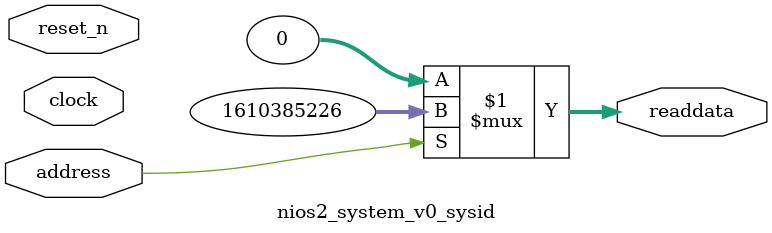
<source format=v>



// synthesis translate_off
`timescale 1ns / 1ps
// synthesis translate_on

// turn off superfluous verilog processor warnings 
// altera message_level Level1 
// altera message_off 10034 10035 10036 10037 10230 10240 10030 

module nios2_system_v0_sysid (
               // inputs:
                address,
                clock,
                reset_n,

               // outputs:
                readdata
             )
;

  output  [ 31: 0] readdata;
  input            address;
  input            clock;
  input            reset_n;

  wire    [ 31: 0] readdata;
  //control_slave, which is an e_avalon_slave
  assign readdata = address ? 1610385226 : 0;

endmodule



</source>
